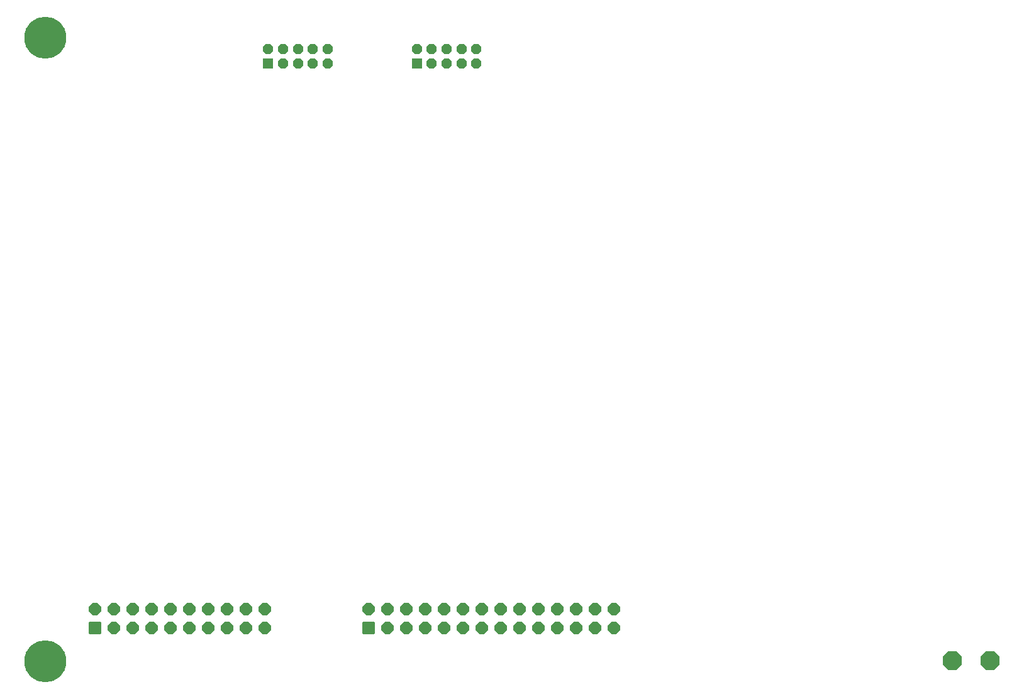
<source format=gbr>
%TF.GenerationSoftware,KiCad,Pcbnew,8.0.7-8.0.7-0~ubuntu22.04.1*%
%TF.CreationDate,2024-12-15T22:19:19+01:00*%
%TF.ProjectId,EEZ DIB 1.2 template,45455a20-4449-4422-9031-2e322074656d,rev?*%
%TF.SameCoordinates,Original*%
%TF.FileFunction,Soldermask,Bot*%
%TF.FilePolarity,Negative*%
%FSLAX46Y46*%
G04 Gerber Fmt 4.6, Leading zero omitted, Abs format (unit mm)*
G04 Created by KiCad (PCBNEW 8.0.7-8.0.7-0~ubuntu22.04.1) date 2024-12-15 22:19:19*
%MOMM*%
%LPD*%
G01*
G04 APERTURE LIST*
G04 Aperture macros list*
%AMRoundRect*
0 Rectangle with rounded corners*
0 $1 Rounding radius*
0 $2 $3 $4 $5 $6 $7 $8 $9 X,Y pos of 4 corners*
0 Add a 4 corners polygon primitive as box body*
4,1,4,$2,$3,$4,$5,$6,$7,$8,$9,$2,$3,0*
0 Add four circle primitives for the rounded corners*
1,1,$1+$1,$2,$3*
1,1,$1+$1,$4,$5*
1,1,$1+$1,$6,$7*
1,1,$1+$1,$8,$9*
0 Add four rect primitives between the rounded corners*
20,1,$1+$1,$2,$3,$4,$5,0*
20,1,$1+$1,$4,$5,$6,$7,0*
20,1,$1+$1,$6,$7,$8,$9,0*
20,1,$1+$1,$8,$9,$2,$3,0*%
%AMFreePoly0*
4,1,25,0.546036,1.258373,0.550938,1.253882,1.253882,0.550938,1.275910,0.503697,1.276200,0.497056,1.276200,-0.497056,1.258373,-0.546036,1.253882,-0.550938,0.550938,-1.253882,0.503697,-1.275910,0.497056,-1.276200,-0.497056,-1.276200,-0.546036,-1.258373,-0.550938,-1.253882,-1.253882,-0.550938,-1.275910,-0.503697,-1.276200,-0.497056,-1.276200,0.497056,-1.258373,0.546036,-1.253882,0.550938,
-0.550938,1.253882,-0.503697,1.275910,-0.497056,1.276200,0.497056,1.276200,0.546036,1.258373,0.546036,1.258373,$1*%
%AMFreePoly1*
4,1,25,0.297508,0.658373,0.302410,0.653882,0.653882,0.302410,0.675910,0.255169,0.676200,0.248528,0.676200,-0.248528,0.658373,-0.297508,0.653882,-0.302410,0.302410,-0.653882,0.255169,-0.675910,0.248528,-0.676200,-0.248528,-0.676200,-0.297508,-0.658373,-0.302410,-0.653882,-0.653882,-0.302410,-0.675910,-0.255169,-0.676200,-0.248528,-0.676200,0.248528,-0.658373,0.297508,-0.653882,0.302410,
-0.302410,0.653882,-0.255169,0.675910,-0.248528,0.676200,0.248528,0.676200,0.297508,0.658373,0.297508,0.658373,$1*%
%AMFreePoly2*
4,1,25,0.359640,0.808373,0.364542,0.803882,0.803882,0.364542,0.825910,0.317301,0.826200,0.310660,0.826200,-0.310660,0.808373,-0.359640,0.803882,-0.364542,0.364542,-0.803882,0.317301,-0.825910,0.310660,-0.826200,-0.310660,-0.826200,-0.359640,-0.808373,-0.364542,-0.803882,-0.803882,-0.364542,-0.825910,-0.317301,-0.826200,-0.310660,-0.826200,0.310660,-0.808373,0.359640,-0.803882,0.364542,
-0.364542,0.803882,-0.317301,0.825910,-0.310660,0.826200,0.310660,0.826200,0.359640,0.808373,0.359640,0.808373,$1*%
G04 Aperture macros list end*
%ADD10FreePoly0,270.000000*%
%ADD11RoundRect,0.076200X-0.600000X-0.600000X0.600000X-0.600000X0.600000X0.600000X-0.600000X0.600000X0*%
%ADD12FreePoly1,0.000000*%
%ADD13RoundRect,0.076200X-0.750000X-0.750000X0.750000X-0.750000X0.750000X0.750000X-0.750000X0.750000X0*%
%ADD14FreePoly2,0.000000*%
%ADD15C,5.652400*%
%ADD16RoundRect,0.076200X0.750000X0.750000X-0.750000X0.750000X-0.750000X-0.750000X0.750000X-0.750000X0*%
%ADD17FreePoly2,180.000000*%
G04 APERTURE END LIST*
D10*
%TO.C,J1*%
X213677100Y-146915600D03*
X208597100Y-146915600D03*
%TD*%
D11*
%TO.C,X4*%
X136500000Y-66500000D03*
D12*
X136500000Y-64500000D03*
X138500000Y-66500000D03*
X138500000Y-64500000D03*
X140500000Y-66500000D03*
X140500000Y-64500000D03*
X142500000Y-66500000D03*
X142500000Y-64500000D03*
X144500000Y-66500000D03*
X144500000Y-64500000D03*
%TD*%
D11*
%TO.C,X3*%
X116500000Y-66500000D03*
D12*
X116500000Y-64500000D03*
X118500000Y-66500000D03*
X118500000Y-64500000D03*
X120500000Y-66500000D03*
X120500000Y-64500000D03*
X122500000Y-66500000D03*
X122500000Y-64500000D03*
X124500000Y-66500000D03*
X124500000Y-64500000D03*
%TD*%
D13*
%TO.C,X2*%
X129980000Y-142540000D03*
D14*
X129980000Y-140000000D03*
X132520000Y-142540000D03*
X132520000Y-140000000D03*
X135060000Y-142540000D03*
X135060000Y-140000000D03*
X137600000Y-142540000D03*
X137600000Y-140000000D03*
X140140000Y-142540000D03*
X140140000Y-140000000D03*
X142680000Y-142540000D03*
X142680000Y-140000000D03*
X145220000Y-142540000D03*
X145220000Y-140000000D03*
X147760000Y-142540000D03*
X147760000Y-140000000D03*
X150300000Y-142540000D03*
X150300000Y-140000000D03*
X152840000Y-142540000D03*
X152840000Y-140000000D03*
X155380000Y-142540000D03*
X155380000Y-140000000D03*
X157920000Y-142540000D03*
X157920000Y-140000000D03*
X160460000Y-142540000D03*
X160460000Y-140000000D03*
X163000000Y-142540000D03*
X163000000Y-140000000D03*
%TD*%
D15*
%TO.C,KK1*%
X86500000Y-63000000D03*
%TD*%
D16*
%TO.C,X1*%
X93140000Y-142540000D03*
D17*
X93140000Y-140000000D03*
X95680000Y-142540000D03*
X95680000Y-140000000D03*
X98220000Y-142540000D03*
X98220000Y-140000000D03*
X100760000Y-142540000D03*
X100760000Y-140000000D03*
X103300000Y-142540000D03*
X103300000Y-140000000D03*
X105840000Y-142540000D03*
X105840000Y-140000000D03*
X108380000Y-142540000D03*
X108380000Y-140000000D03*
X110920000Y-142540000D03*
X110920000Y-140000000D03*
X113460000Y-142540000D03*
X113460000Y-140000000D03*
X116000000Y-142540000D03*
X116000000Y-140000000D03*
%TD*%
D15*
%TO.C,KK2*%
X86500000Y-147000000D03*
%TD*%
M02*

</source>
